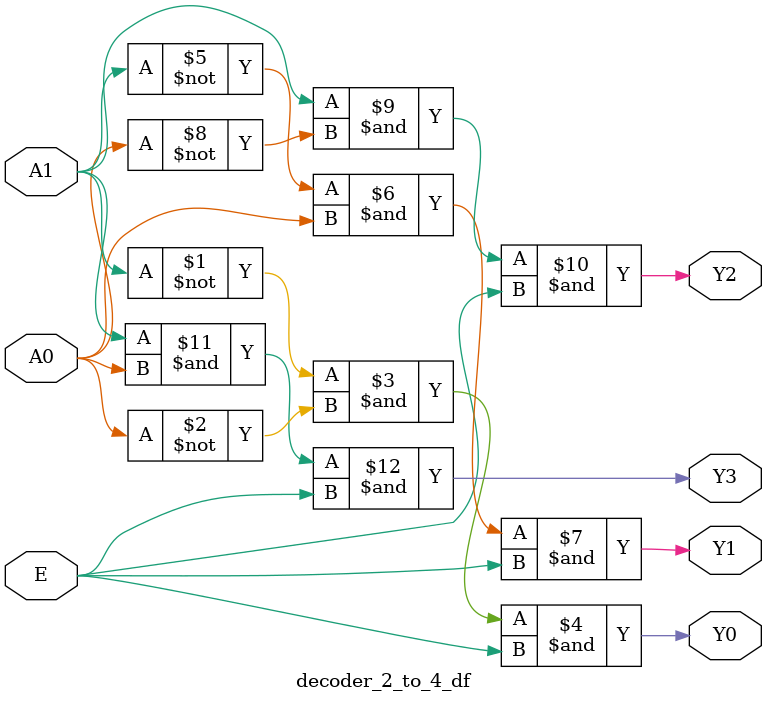
<source format=v>
module decoder_2_to_4_df (A1, A0, E, Y3, Y2, Y1, Y0);

    input A1, A0, E;
    output Y3, Y2, Y1, Y0;

    assign Y0 = (~A1 & ~A0 & E);
    assign Y1 = (~A1 & A0 & E);
    assign Y2 = (A1 & ~A0 & E);
    assign Y3 = (A1 & A0 & E);

endmodule

</source>
